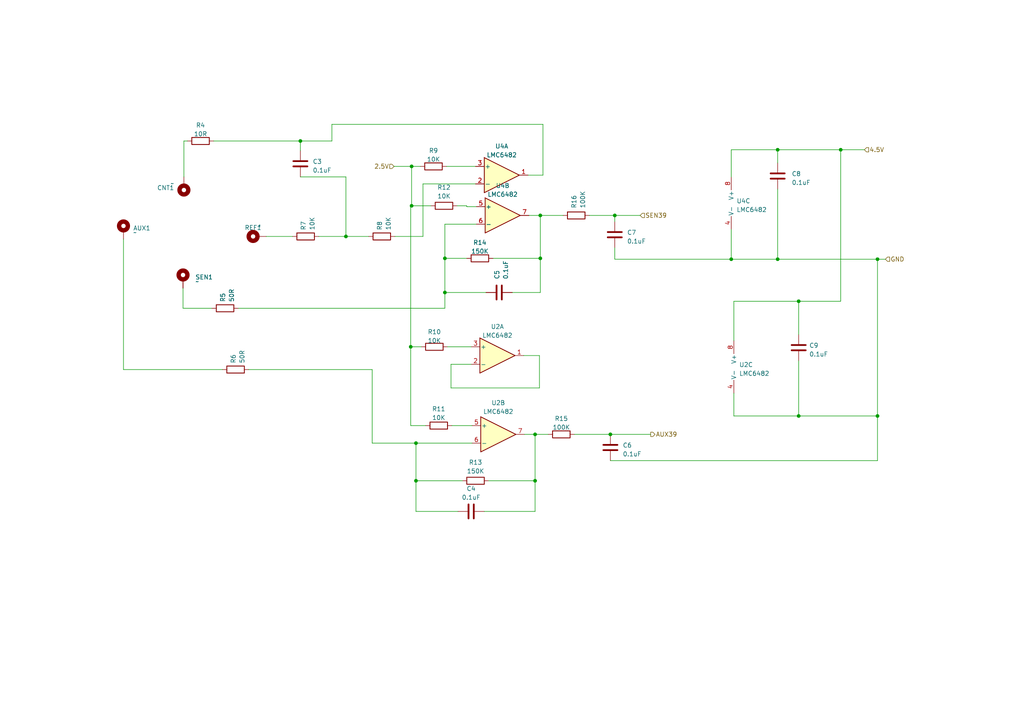
<source format=kicad_sch>
(kicad_sch (version 20230121) (generator eeschema)

  (uuid fbc53272-4297-461f-b893-ccfe252b4196)

  (paper "A4")

  (lib_symbols
    (symbol "Amplifier_Operational:LMC6482" (pin_names (offset 0.127)) (in_bom yes) (on_board yes)
      (property "Reference" "U" (at 0 5.08 0)
        (effects (font (size 1.27 1.27)) (justify left))
      )
      (property "Value" "LMC6482" (at 0 -5.08 0)
        (effects (font (size 1.27 1.27)) (justify left))
      )
      (property "Footprint" "" (at 0 0 0)
        (effects (font (size 1.27 1.27)) hide)
      )
      (property "Datasheet" "http://www.ti.com/lit/ds/symlink/lmc6482.pdf" (at 0 0 0)
        (effects (font (size 1.27 1.27)) hide)
      )
      (property "ki_locked" "" (at 0 0 0)
        (effects (font (size 1.27 1.27)))
      )
      (property "ki_keywords" "dual opamp" (at 0 0 0)
        (effects (font (size 1.27 1.27)) hide)
      )
      (property "ki_description" "Dual CMOS Rail-to-Rail Input and Output Operational Amplifier, DIP-8/SOIC-8, SSOP-8" (at 0 0 0)
        (effects (font (size 1.27 1.27)) hide)
      )
      (property "ki_fp_filters" "SOIC*3.9x4.9mm*P1.27mm* DIP*W7.62mm* TO*99* OnSemi*Micro8* TSSOP*3x3mm*P0.65mm* TSSOP*4.4x3mm*P0.65mm* MSOP*3x3mm*P0.65mm* SSOP*3.9x4.9mm*P0.635mm* LFCSP*2x2mm*P0.5mm* *SIP* SOIC*5.3x6.2mm*P1.27mm*" (at 0 0 0)
        (effects (font (size 1.27 1.27)) hide)
      )
      (symbol "LMC6482_1_1"
        (polyline
          (pts
            (xy -5.08 5.08)
            (xy 5.08 0)
            (xy -5.08 -5.08)
            (xy -5.08 5.08)
          )
          (stroke (width 0.254) (type default))
          (fill (type background))
        )
        (pin output line (at 7.62 0 180) (length 2.54)
          (name "~" (effects (font (size 1.27 1.27))))
          (number "1" (effects (font (size 1.27 1.27))))
        )
        (pin input line (at -7.62 -2.54 0) (length 2.54)
          (name "-" (effects (font (size 1.27 1.27))))
          (number "2" (effects (font (size 1.27 1.27))))
        )
        (pin input line (at -7.62 2.54 0) (length 2.54)
          (name "+" (effects (font (size 1.27 1.27))))
          (number "3" (effects (font (size 1.27 1.27))))
        )
      )
      (symbol "LMC6482_2_1"
        (polyline
          (pts
            (xy -5.08 5.08)
            (xy 5.08 0)
            (xy -5.08 -5.08)
            (xy -5.08 5.08)
          )
          (stroke (width 0.254) (type default))
          (fill (type background))
        )
        (pin input line (at -7.62 2.54 0) (length 2.54)
          (name "+" (effects (font (size 1.27 1.27))))
          (number "5" (effects (font (size 1.27 1.27))))
        )
        (pin input line (at -7.62 -2.54 0) (length 2.54)
          (name "-" (effects (font (size 1.27 1.27))))
          (number "6" (effects (font (size 1.27 1.27))))
        )
        (pin output line (at 7.62 0 180) (length 2.54)
          (name "~" (effects (font (size 1.27 1.27))))
          (number "7" (effects (font (size 1.27 1.27))))
        )
      )
      (symbol "LMC6482_3_1"
        (pin power_in line (at -2.54 -7.62 90) (length 3.81)
          (name "V-" (effects (font (size 1.27 1.27))))
          (number "4" (effects (font (size 1.27 1.27))))
        )
        (pin power_in line (at -2.54 7.62 270) (length 3.81)
          (name "V+" (effects (font (size 1.27 1.27))))
          (number "8" (effects (font (size 1.27 1.27))))
        )
      )
    )
    (symbol "Device:C" (pin_numbers hide) (pin_names (offset 0.254)) (in_bom yes) (on_board yes)
      (property "Reference" "C" (at 0.635 2.54 0)
        (effects (font (size 1.27 1.27)) (justify left))
      )
      (property "Value" "C" (at 0.635 -2.54 0)
        (effects (font (size 1.27 1.27)) (justify left))
      )
      (property "Footprint" "" (at 0.9652 -3.81 0)
        (effects (font (size 1.27 1.27)) hide)
      )
      (property "Datasheet" "~" (at 0 0 0)
        (effects (font (size 1.27 1.27)) hide)
      )
      (property "ki_keywords" "cap capacitor" (at 0 0 0)
        (effects (font (size 1.27 1.27)) hide)
      )
      (property "ki_description" "Unpolarized capacitor" (at 0 0 0)
        (effects (font (size 1.27 1.27)) hide)
      )
      (property "ki_fp_filters" "C_*" (at 0 0 0)
        (effects (font (size 1.27 1.27)) hide)
      )
      (symbol "C_0_1"
        (polyline
          (pts
            (xy -2.032 -0.762)
            (xy 2.032 -0.762)
          )
          (stroke (width 0.508) (type default))
          (fill (type none))
        )
        (polyline
          (pts
            (xy -2.032 0.762)
            (xy 2.032 0.762)
          )
          (stroke (width 0.508) (type default))
          (fill (type none))
        )
      )
      (symbol "C_1_1"
        (pin passive line (at 0 3.81 270) (length 2.794)
          (name "~" (effects (font (size 1.27 1.27))))
          (number "1" (effects (font (size 1.27 1.27))))
        )
        (pin passive line (at 0 -3.81 90) (length 2.794)
          (name "~" (effects (font (size 1.27 1.27))))
          (number "2" (effects (font (size 1.27 1.27))))
        )
      )
    )
    (symbol "Device:R" (pin_numbers hide) (pin_names (offset 0)) (in_bom yes) (on_board yes)
      (property "Reference" "R" (at 2.032 0 90)
        (effects (font (size 1.27 1.27)))
      )
      (property "Value" "R" (at 0 0 90)
        (effects (font (size 1.27 1.27)))
      )
      (property "Footprint" "" (at -1.778 0 90)
        (effects (font (size 1.27 1.27)) hide)
      )
      (property "Datasheet" "~" (at 0 0 0)
        (effects (font (size 1.27 1.27)) hide)
      )
      (property "ki_keywords" "R res resistor" (at 0 0 0)
        (effects (font (size 1.27 1.27)) hide)
      )
      (property "ki_description" "Resistor" (at 0 0 0)
        (effects (font (size 1.27 1.27)) hide)
      )
      (property "ki_fp_filters" "R_*" (at 0 0 0)
        (effects (font (size 1.27 1.27)) hide)
      )
      (symbol "R_0_1"
        (rectangle (start -1.016 -2.54) (end 1.016 2.54)
          (stroke (width 0.254) (type default))
          (fill (type none))
        )
      )
      (symbol "R_1_1"
        (pin passive line (at 0 3.81 270) (length 1.27)
          (name "~" (effects (font (size 1.27 1.27))))
          (number "1" (effects (font (size 1.27 1.27))))
        )
        (pin passive line (at 0 -3.81 90) (length 1.27)
          (name "~" (effects (font (size 1.27 1.27))))
          (number "2" (effects (font (size 1.27 1.27))))
        )
      )
    )
    (symbol "Mechanical:MountingHole_Pad" (pin_numbers hide) (pin_names (offset 1.016) hide) (in_bom yes) (on_board yes)
      (property "Reference" "H" (at 0 6.35 0)
        (effects (font (size 1.27 1.27)))
      )
      (property "Value" "MountingHole_Pad" (at 0 4.445 0)
        (effects (font (size 1.27 1.27)))
      )
      (property "Footprint" "" (at 0 0 0)
        (effects (font (size 1.27 1.27)) hide)
      )
      (property "Datasheet" "~" (at 0 0 0)
        (effects (font (size 1.27 1.27)) hide)
      )
      (property "ki_keywords" "mounting hole" (at 0 0 0)
        (effects (font (size 1.27 1.27)) hide)
      )
      (property "ki_description" "Mounting Hole with connection" (at 0 0 0)
        (effects (font (size 1.27 1.27)) hide)
      )
      (property "ki_fp_filters" "MountingHole*Pad*" (at 0 0 0)
        (effects (font (size 1.27 1.27)) hide)
      )
      (symbol "MountingHole_Pad_0_1"
        (circle (center 0 1.27) (radius 1.27)
          (stroke (width 1.27) (type default))
          (fill (type none))
        )
      )
      (symbol "MountingHole_Pad_1_1"
        (pin input line (at 0 -2.54 90) (length 2.54)
          (name "1" (effects (font (size 1.27 1.27))))
          (number "1" (effects (font (size 1.27 1.27))))
        )
      )
    )
  )

  (junction (at 231.648 120.65) (diameter 0) (color 0 0 0 0)
    (uuid 12476bf9-8298-4da9-b33a-2812b52e1e62)
  )
  (junction (at 120.65 139.446) (diameter 0) (color 0 0 0 0)
    (uuid 26db8b49-8870-4f97-8b24-e0b4ee0aac09)
  )
  (junction (at 178.308 62.484) (diameter 0) (color 0 0 0 0)
    (uuid 351b18b1-af11-4f36-a308-820fcffa9f96)
  )
  (junction (at 155.194 139.446) (diameter 0) (color 0 0 0 0)
    (uuid 38435961-6c9f-46f9-9a7d-6979e78e9390)
  )
  (junction (at 254.508 75.184) (diameter 0) (color 0 0 0 0)
    (uuid 6d2d6bf2-c5c3-4337-a528-bdcbad14a71c)
  )
  (junction (at 231.648 87.376) (diameter 0) (color 0 0 0 0)
    (uuid 7b1410d4-26ca-4cb0-a4df-e71c3c4bda6d)
  )
  (junction (at 254.508 120.65) (diameter 0) (color 0 0 0 0)
    (uuid 82376296-df12-49c2-b25f-b1c2452a19cf)
  )
  (junction (at 156.718 62.484) (diameter 0) (color 0 0 0 0)
    (uuid 90120ef7-0272-4b64-817e-ee2851f03ab5)
  )
  (junction (at 225.552 43.434) (diameter 0) (color 0 0 0 0)
    (uuid 912260e9-a976-4a0d-bd5c-57d570e5fac8)
  )
  (junction (at 155.194 125.984) (diameter 0) (color 0 0 0 0)
    (uuid 955df333-7faf-4c62-95e5-dbf1566159e9)
  )
  (junction (at 212.09 75.184) (diameter 0) (color 0 0 0 0)
    (uuid 9a3b861c-8264-4d9c-91ff-b15fdd4da0d1)
  )
  (junction (at 129.032 74.93) (diameter 0) (color 0 0 0 0)
    (uuid aa8ec3c6-cc06-4841-ac07-ce7f21aaa347)
  )
  (junction (at 156.718 74.93) (diameter 0) (color 0 0 0 0)
    (uuid b7e932ed-2037-4a05-9481-1e30aadf6faa)
  )
  (junction (at 100.33 68.58) (diameter 0) (color 0 0 0 0)
    (uuid bc538dbd-f440-4409-b450-8577af054019)
  )
  (junction (at 87.122 40.894) (diameter 0) (color 0 0 0 0)
    (uuid bd90bd77-063e-473e-97ec-5b765521b538)
  )
  (junction (at 119.38 59.69) (diameter 0) (color 0 0 0 0)
    (uuid c3310285-e3fc-4172-bf0b-96bc87e81528)
  )
  (junction (at 177.038 125.984) (diameter 0) (color 0 0 0 0)
    (uuid cdc3f738-b195-457a-8184-6be157508b45)
  )
  (junction (at 120.65 128.524) (diameter 0) (color 0 0 0 0)
    (uuid cf512bb9-3665-4f80-9044-a428590aa5af)
  )
  (junction (at 225.552 75.184) (diameter 0) (color 0 0 0 0)
    (uuid dbe98310-a352-45b0-8f74-58e95d10d41c)
  )
  (junction (at 119.38 48.26) (diameter 0) (color 0 0 0 0)
    (uuid dcef0011-f6fa-41bb-9698-3b027f9960f9)
  )
  (junction (at 243.84 43.434) (diameter 0) (color 0 0 0 0)
    (uuid ddbf18de-4f0c-4864-90d5-239dbd12ea9a)
  )
  (junction (at 129.032 84.836) (diameter 0) (color 0 0 0 0)
    (uuid e10b207e-6916-43e8-a5bd-2ff53cf75659)
  )
  (junction (at 119.126 100.584) (diameter 0) (color 0 0 0 0)
    (uuid f303e176-04b5-41c8-b2a8-65362c9e4064)
  )

  (wire (pts (xy 212.09 75.184) (xy 212.09 66.548))
    (stroke (width 0) (type default))
    (uuid 02bb71f1-2cee-45fc-ab89-e82b657f81af)
  )
  (wire (pts (xy 92.456 68.58) (xy 100.33 68.58))
    (stroke (width 0) (type default))
    (uuid 0363d39c-69b5-4f58-b70e-97894f279903)
  )
  (wire (pts (xy 119.126 123.444) (xy 119.126 100.584))
    (stroke (width 0) (type default))
    (uuid 03689af9-5973-4adb-bcd9-df08f0b0722d)
  )
  (wire (pts (xy 123.444 123.444) (xy 119.126 123.444))
    (stroke (width 0) (type default))
    (uuid 03793136-6beb-464f-85f7-db3af389f145)
  )
  (wire (pts (xy 155.194 125.984) (xy 159.004 125.984))
    (stroke (width 0) (type default))
    (uuid 04c51147-1a56-4cf2-be79-463d7208e29a)
  )
  (wire (pts (xy 156.464 112.522) (xy 130.81 112.522))
    (stroke (width 0) (type default))
    (uuid 0a6b3cef-2f68-4724-a8bc-8138734119ba)
  )
  (wire (pts (xy 87.122 51.308) (xy 100.33 51.308))
    (stroke (width 0) (type default))
    (uuid 0a98b647-b9f3-499b-a390-bb8a39a026d9)
  )
  (wire (pts (xy 87.122 40.894) (xy 87.122 43.688))
    (stroke (width 0) (type default))
    (uuid 107454df-1814-461d-9d9b-6420d2491c7c)
  )
  (wire (pts (xy 140.462 148.336) (xy 155.194 148.336))
    (stroke (width 0) (type default))
    (uuid 107cbdf6-5d11-412e-9b5b-f6cab16e9209)
  )
  (wire (pts (xy 212.852 114.046) (xy 212.852 120.65))
    (stroke (width 0) (type default))
    (uuid 11fecc2c-7a8f-445e-b17f-93962f4fb444)
  )
  (wire (pts (xy 225.552 43.434) (xy 225.552 47.244))
    (stroke (width 0) (type default))
    (uuid 14f34d12-0578-4b3a-a3f7-fa18ce4c7fe0)
  )
  (wire (pts (xy 166.624 125.984) (xy 177.038 125.984))
    (stroke (width 0) (type default))
    (uuid 19db1f4a-aeca-4aee-91ba-7e0ab3556549)
  )
  (wire (pts (xy 170.942 62.484) (xy 178.308 62.484))
    (stroke (width 0) (type default))
    (uuid 1b31a4f9-a6bb-4683-886f-aae4563c97a8)
  )
  (wire (pts (xy 155.194 148.336) (xy 155.194 139.446))
    (stroke (width 0) (type default))
    (uuid 1c8393f2-b477-4132-bac2-e0574bcbb22b)
  )
  (wire (pts (xy 243.84 43.434) (xy 243.84 87.376))
    (stroke (width 0) (type default))
    (uuid 1d96cc9d-1d97-48e3-a7fc-10a3c98fd3fa)
  )
  (wire (pts (xy 212.09 43.434) (xy 212.09 51.308))
    (stroke (width 0) (type default))
    (uuid 22ec5b99-ec67-4876-975d-376f319c718e)
  )
  (wire (pts (xy 61.976 40.894) (xy 87.122 40.894))
    (stroke (width 0) (type default))
    (uuid 23e77cec-000a-45ed-9735-804ebde5ae82)
  )
  (wire (pts (xy 148.59 84.836) (xy 156.718 84.836))
    (stroke (width 0) (type default))
    (uuid 2b855f6d-cbd1-472d-8b2b-e4e5dc1c0106)
  )
  (wire (pts (xy 231.648 87.376) (xy 243.84 87.376))
    (stroke (width 0) (type default))
    (uuid 2be5b725-46cd-4f2e-a55e-5f41ea88f773)
  )
  (wire (pts (xy 188.722 125.984) (xy 177.038 125.984))
    (stroke (width 0) (type default))
    (uuid 2cb12739-7fea-48c4-8a1d-b4ff13b9ce90)
  )
  (wire (pts (xy 156.718 62.484) (xy 153.416 62.484))
    (stroke (width 0) (type default))
    (uuid 309038ed-e506-4b57-887c-e984d7d4c0ef)
  )
  (wire (pts (xy 156.718 84.836) (xy 156.718 74.93))
    (stroke (width 0) (type default))
    (uuid 36146853-78a9-4049-83e1-64346f6b94d4)
  )
  (wire (pts (xy 178.308 71.882) (xy 178.308 75.184))
    (stroke (width 0) (type default))
    (uuid 36631060-abe6-4030-ac63-d5ae45b19803)
  )
  (wire (pts (xy 254.508 133.604) (xy 254.508 120.65))
    (stroke (width 0) (type default))
    (uuid 3bd82b27-faac-426f-bf4a-e6475ba6ccd5)
  )
  (wire (pts (xy 152.146 125.984) (xy 155.194 125.984))
    (stroke (width 0) (type default))
    (uuid 409d846c-d6b9-4e7f-a077-58302bbd765c)
  )
  (wire (pts (xy 231.648 104.648) (xy 231.648 120.65))
    (stroke (width 0) (type default))
    (uuid 41076627-5445-4e94-a9b6-15fd93f47ea2)
  )
  (wire (pts (xy 119.126 59.69) (xy 119.38 59.69))
    (stroke (width 0) (type default))
    (uuid 414e43c1-2fc0-4f51-a480-4b435e5def13)
  )
  (wire (pts (xy 134.112 139.446) (xy 120.65 139.446))
    (stroke (width 0) (type default))
    (uuid 416ea18f-8d39-4b89-aa4b-0ca9d9e44407)
  )
  (wire (pts (xy 135.382 59.944) (xy 138.176 59.944))
    (stroke (width 0) (type default))
    (uuid 4ec19082-e322-4a76-8c22-67ea6d8780ae)
  )
  (wire (pts (xy 53.34 40.894) (xy 53.34 51.308))
    (stroke (width 0) (type default))
    (uuid 503646d1-cec1-48dd-bb48-7ffa7b4d811b)
  )
  (wire (pts (xy 129.032 74.93) (xy 129.032 84.836))
    (stroke (width 0) (type default))
    (uuid 52ccff5a-d715-478d-857d-dd6cc50c2da5)
  )
  (wire (pts (xy 132.842 148.336) (xy 120.65 148.336))
    (stroke (width 0) (type default))
    (uuid 548324a2-5a38-4024-aca6-9c477e87461f)
  )
  (wire (pts (xy 107.95 128.524) (xy 120.65 128.524))
    (stroke (width 0) (type default))
    (uuid 6004c45b-7173-435f-a3ec-994dd6ae3f1b)
  )
  (wire (pts (xy 129.032 65.024) (xy 138.176 65.024))
    (stroke (width 0) (type default))
    (uuid 61d5d386-dd02-4c08-9ba1-a7dbc8000677)
  )
  (wire (pts (xy 35.814 69.342) (xy 35.814 107.188))
    (stroke (width 0) (type default))
    (uuid 69e2dc88-61e5-4e55-b72e-e03bb9da6b96)
  )
  (wire (pts (xy 119.38 59.69) (xy 119.38 48.26))
    (stroke (width 0) (type default))
    (uuid 6d65ddb2-1d52-4b8e-84ff-db296784b0c0)
  )
  (wire (pts (xy 100.33 51.308) (xy 100.33 68.58))
    (stroke (width 0) (type default))
    (uuid 6db24384-89b9-4cf8-8ab0-b25472dbfed7)
  )
  (wire (pts (xy 107.95 107.188) (xy 107.95 128.524))
    (stroke (width 0) (type default))
    (uuid 6ddf3556-1401-4234-a44c-c163a265647c)
  )
  (wire (pts (xy 122.682 68.58) (xy 114.554 68.58))
    (stroke (width 0) (type default))
    (uuid 77d8f282-58aa-4c72-a4dd-1ee162d1ef11)
  )
  (wire (pts (xy 35.814 107.188) (xy 64.516 107.188))
    (stroke (width 0) (type default))
    (uuid 7917a045-04d2-4291-be65-4f37799a4082)
  )
  (wire (pts (xy 120.65 139.446) (xy 120.65 128.524))
    (stroke (width 0) (type default))
    (uuid 7ad8d2e7-bb1a-49ba-9730-2ad976cec71b)
  )
  (wire (pts (xy 53.086 83.566) (xy 53.086 89.408))
    (stroke (width 0) (type default))
    (uuid 7f6bb567-a3a2-4468-92da-b488252886a0)
  )
  (wire (pts (xy 157.48 36.068) (xy 96.266 36.068))
    (stroke (width 0) (type default))
    (uuid 866c25d0-7e2b-4ccf-8c0b-5cf232a901b0)
  )
  (wire (pts (xy 53.086 89.408) (xy 61.468 89.408))
    (stroke (width 0) (type default))
    (uuid 87822623-7c38-4dfa-b064-e5bb29b58cbf)
  )
  (wire (pts (xy 151.892 103.124) (xy 156.464 103.124))
    (stroke (width 0) (type default))
    (uuid 88f3f528-5fe0-470a-b4b0-bedbfddb6895)
  )
  (wire (pts (xy 69.088 89.408) (xy 129.032 89.408))
    (stroke (width 0) (type default))
    (uuid 89f7020b-53d3-4445-806b-b0f8d0a268fb)
  )
  (wire (pts (xy 254.508 120.65) (xy 254.508 75.184))
    (stroke (width 0) (type default))
    (uuid 8ac23581-858b-4f4b-b7c9-5cc8bb2b1482)
  )
  (wire (pts (xy 122.682 53.34) (xy 122.682 68.58))
    (stroke (width 0) (type default))
    (uuid 8ac4996b-3ca7-4fed-95b5-070e4119abe9)
  )
  (wire (pts (xy 157.48 50.8) (xy 157.48 36.068))
    (stroke (width 0) (type default))
    (uuid 8bd35161-2c70-4514-83af-dfdfcb4a94bf)
  )
  (wire (pts (xy 129.54 48.26) (xy 137.922 48.26))
    (stroke (width 0) (type default))
    (uuid 8dd99ba1-3c48-4dd0-b7cb-53d2f394c742)
  )
  (wire (pts (xy 178.308 75.184) (xy 212.09 75.184))
    (stroke (width 0) (type default))
    (uuid 8e06e5a5-832c-4122-b370-92a1a36dd400)
  )
  (wire (pts (xy 124.968 59.69) (xy 119.38 59.69))
    (stroke (width 0) (type default))
    (uuid 8f3826c2-8877-4265-97bb-0be2c8c6062e)
  )
  (wire (pts (xy 100.33 68.58) (xy 106.934 68.58))
    (stroke (width 0) (type default))
    (uuid 91395d1d-7bec-4f87-bb02-9b40c63c25d6)
  )
  (wire (pts (xy 212.852 120.65) (xy 231.648 120.65))
    (stroke (width 0) (type default))
    (uuid 944d3ca4-4cc8-4c83-bcb4-a32e368a2eda)
  )
  (wire (pts (xy 135.382 59.69) (xy 135.382 59.944))
    (stroke (width 0) (type default))
    (uuid 94500628-d588-454b-b0aa-380cf87c2f40)
  )
  (wire (pts (xy 254.508 75.184) (xy 256.794 75.184))
    (stroke (width 0) (type default))
    (uuid 9756e7b8-e1a6-4bd9-9d3e-7d9849073bc1)
  )
  (wire (pts (xy 129.032 65.024) (xy 129.032 74.93))
    (stroke (width 0) (type default))
    (uuid 9b91b811-17f7-4798-8b74-8924291c957c)
  )
  (wire (pts (xy 143.002 74.93) (xy 156.718 74.93))
    (stroke (width 0) (type default))
    (uuid 9e0efb4e-107c-4562-a795-14f1be7fc7a8)
  )
  (wire (pts (xy 119.38 48.26) (xy 121.92 48.26))
    (stroke (width 0) (type default))
    (uuid 9eb7d91c-9ae9-4dcb-851e-c96bb610d6f5)
  )
  (wire (pts (xy 131.064 123.444) (xy 136.906 123.444))
    (stroke (width 0) (type default))
    (uuid a02ddc30-f6d0-4a75-a115-d62c235e0874)
  )
  (wire (pts (xy 212.09 75.184) (xy 225.552 75.184))
    (stroke (width 0) (type default))
    (uuid a03932af-c12b-4e71-a30b-3a99245153a7)
  )
  (wire (pts (xy 72.136 107.188) (xy 107.95 107.188))
    (stroke (width 0) (type default))
    (uuid a5b1de66-7a20-4460-a518-f3149bb8afbf)
  )
  (wire (pts (xy 212.852 98.806) (xy 212.852 87.376))
    (stroke (width 0) (type default))
    (uuid b4ef2974-131a-47fb-8089-bc7c7a16711d)
  )
  (wire (pts (xy 53.34 40.894) (xy 54.356 40.894))
    (stroke (width 0) (type default))
    (uuid b60d2b4b-75a9-445a-bb8d-387921a05378)
  )
  (wire (pts (xy 129.032 84.836) (xy 140.97 84.836))
    (stroke (width 0) (type default))
    (uuid b6e0c0cb-82cd-4ccc-9227-5f7b7571a292)
  )
  (wire (pts (xy 120.65 128.524) (xy 136.906 128.524))
    (stroke (width 0) (type default))
    (uuid b7874171-885c-4894-b42e-dfeb0c9ad8f7)
  )
  (wire (pts (xy 129.794 100.584) (xy 136.652 100.584))
    (stroke (width 0) (type default))
    (uuid b7880abf-c9e9-4260-9407-5e64b9bd2458)
  )
  (wire (pts (xy 163.322 62.484) (xy 156.718 62.484))
    (stroke (width 0) (type default))
    (uuid ba23b007-1c09-4e88-88a9-286037ad1fab)
  )
  (wire (pts (xy 225.552 75.184) (xy 254.508 75.184))
    (stroke (width 0) (type default))
    (uuid bd864d08-8c3e-4548-b521-5a5cbecb41f4)
  )
  (wire (pts (xy 243.84 43.434) (xy 225.552 43.434))
    (stroke (width 0) (type default))
    (uuid bdcb6fb3-d43d-4968-8972-2aa387747fc8)
  )
  (wire (pts (xy 231.648 97.028) (xy 231.648 87.376))
    (stroke (width 0) (type default))
    (uuid bf3d6b41-8285-4289-907a-4fc70b8594ef)
  )
  (wire (pts (xy 212.852 87.376) (xy 231.648 87.376))
    (stroke (width 0) (type default))
    (uuid c1217a6e-4b54-4db0-8832-b562639e6225)
  )
  (wire (pts (xy 132.588 59.69) (xy 135.382 59.69))
    (stroke (width 0) (type default))
    (uuid c35412ab-5e21-4a70-91c7-623fe734f673)
  )
  (wire (pts (xy 129.032 84.836) (xy 129.032 89.408))
    (stroke (width 0) (type default))
    (uuid caa48462-4a75-42e8-8de4-902876c72324)
  )
  (wire (pts (xy 130.81 112.522) (xy 130.81 105.664))
    (stroke (width 0) (type default))
    (uuid ce182596-17d6-49c9-bfcc-74bf6660660b)
  )
  (wire (pts (xy 141.732 139.446) (xy 155.194 139.446))
    (stroke (width 0) (type default))
    (uuid cee99e64-2693-40f7-a0db-fc2596ae994a)
  )
  (wire (pts (xy 77.216 68.58) (xy 84.836 68.58))
    (stroke (width 0) (type default))
    (uuid cf6614e9-ac3d-4894-9daf-aa377b70a033)
  )
  (wire (pts (xy 96.266 40.894) (xy 87.122 40.894))
    (stroke (width 0) (type default))
    (uuid d0588d16-3dff-4459-88af-94a8ce1cb284)
  )
  (wire (pts (xy 120.65 148.336) (xy 120.65 139.446))
    (stroke (width 0) (type default))
    (uuid d36505f9-c487-445d-a730-8cdf1028d999)
  )
  (wire (pts (xy 225.552 43.434) (xy 212.09 43.434))
    (stroke (width 0) (type default))
    (uuid d3a158c6-6dce-407d-900f-c2881d8321f0)
  )
  (wire (pts (xy 153.162 50.8) (xy 157.48 50.8))
    (stroke (width 0) (type default))
    (uuid d422fc8c-a009-486d-ba41-3350b51fd2bc)
  )
  (wire (pts (xy 122.174 100.584) (xy 119.126 100.584))
    (stroke (width 0) (type default))
    (uuid d497b762-cca8-4952-9808-a87878408e8c)
  )
  (wire (pts (xy 178.308 62.484) (xy 178.308 64.262))
    (stroke (width 0) (type default))
    (uuid d5629236-1103-4412-96f7-e793c1acb205)
  )
  (wire (pts (xy 114.3 48.26) (xy 119.38 48.26))
    (stroke (width 0) (type default))
    (uuid dbc98334-da05-4e6c-8829-40a0ae1b7066)
  )
  (wire (pts (xy 250.698 43.434) (xy 243.84 43.434))
    (stroke (width 0) (type default))
    (uuid dc998308-d1d6-4b78-9159-3329a3d9702b)
  )
  (wire (pts (xy 119.126 59.69) (xy 119.126 100.584))
    (stroke (width 0) (type default))
    (uuid dfae4d33-b98c-495c-a125-7d18b529ff38)
  )
  (wire (pts (xy 185.674 62.484) (xy 178.308 62.484))
    (stroke (width 0) (type default))
    (uuid e195cffa-131c-4df5-897c-ae25aa8a951b)
  )
  (wire (pts (xy 155.194 139.446) (xy 155.194 125.984))
    (stroke (width 0) (type default))
    (uuid e4035747-c9c5-4c4a-9ec6-e181cbe06f03)
  )
  (wire (pts (xy 137.922 53.34) (xy 122.682 53.34))
    (stroke (width 0) (type default))
    (uuid e5f77082-7118-42df-a78d-b0cbecf1dc20)
  )
  (wire (pts (xy 156.718 62.484) (xy 156.718 74.93))
    (stroke (width 0) (type default))
    (uuid e908a163-f601-414c-9ea3-8f86e5c9dbbd)
  )
  (wire (pts (xy 225.552 54.864) (xy 225.552 75.184))
    (stroke (width 0) (type default))
    (uuid ef85c5de-7051-43fb-9fe7-d5889e846058)
  )
  (wire (pts (xy 177.038 133.604) (xy 254.508 133.604))
    (stroke (width 0) (type default))
    (uuid f0544dda-44dc-4efa-a741-e3d9b464099b)
  )
  (wire (pts (xy 231.648 120.65) (xy 254.508 120.65))
    (stroke (width 0) (type default))
    (uuid f1327145-7a35-4eda-8d06-f56af0c2510f)
  )
  (wire (pts (xy 135.382 74.93) (xy 129.032 74.93))
    (stroke (width 0) (type default))
    (uuid f1919929-4ad3-4a17-9b2c-72e782c3799a)
  )
  (wire (pts (xy 130.81 105.664) (xy 136.652 105.664))
    (stroke (width 0) (type default))
    (uuid f2b3e131-07b7-4fdf-9d7c-60109ace78e2)
  )
  (wire (pts (xy 96.266 36.068) (xy 96.266 40.894))
    (stroke (width 0) (type default))
    (uuid f8054de1-254e-40fc-b8de-7e7dbf57ae30)
  )
  (wire (pts (xy 156.464 103.124) (xy 156.464 112.522))
    (stroke (width 0) (type default))
    (uuid f9b9f35f-3364-4f83-9fc3-d106d13333e9)
  )

  (hierarchical_label "SEN39" (shape input) (at 185.674 62.484 0) (fields_autoplaced)
    (effects (font (size 1.27 1.27)) (justify left))
    (uuid 2f201b36-5bfd-4bd2-a046-01992b396cbc)
  )
  (hierarchical_label "AUX39" (shape output) (at 188.722 125.984 0) (fields_autoplaced)
    (effects (font (size 1.27 1.27)) (justify left))
    (uuid 70f15a7d-0e62-40b9-8c93-6c1442e17f5f)
  )
  (hierarchical_label "GND" (shape input) (at 256.794 75.184 0) (fields_autoplaced)
    (effects (font (size 1.27 1.27)) (justify left))
    (uuid 965dcb68-dd34-4ea8-8bbc-68ef4143b421)
  )
  (hierarchical_label "2.5V" (shape input) (at 114.3 48.26 180) (fields_autoplaced)
    (effects (font (size 1.27 1.27)) (justify right))
    (uuid b24badb9-49ff-4c2a-b4c4-1d9a8e62e99b)
  )
  (hierarchical_label "4.5V" (shape input) (at 250.698 43.434 0) (fields_autoplaced)
    (effects (font (size 1.27 1.27)) (justify left))
    (uuid ced9300d-7871-4062-b1d3-02867a35a110)
  )

  (symbol (lib_id "Amplifier_Operational:LMC6482") (at 214.63 58.928 0) (unit 3)
    (in_bom yes) (on_board yes) (dnp no) (fields_autoplaced)
    (uuid 1da56b81-0324-449f-b59b-90db25998d6b)
    (property "Reference" "U4" (at 213.614 58.293 0)
      (effects (font (size 1.27 1.27)) (justify left))
    )
    (property "Value" "LMC6482" (at 213.614 60.833 0)
      (effects (font (size 1.27 1.27)) (justify left))
    )
    (property "Footprint" "Package_SO:SOIC-8_3.9x4.9mm_P1.27mm" (at 214.63 58.928 0)
      (effects (font (size 1.27 1.27)) hide)
    )
    (property "Datasheet" "http://www.ti.com/lit/ds/symlink/lmc6482.pdf" (at 214.63 58.928 0)
      (effects (font (size 1.27 1.27)) hide)
    )
    (pin "1" (uuid 42791d0d-7717-4b04-a0ca-b0a647570e7e))
    (pin "2" (uuid 4a2fa161-9821-4b02-bf44-5123dc1327cb))
    (pin "3" (uuid 64a3c500-0113-480b-84b8-bf62972d5f8e))
    (pin "5" (uuid d00ef563-4214-461f-ba82-fc7819b91257))
    (pin "6" (uuid a6025e8c-eb59-4fda-bafe-a0fd2776d170))
    (pin "7" (uuid 893ff0da-9dcf-4d3e-aa6a-c4e684c3eff1))
    (pin "4" (uuid 6e17bcda-04a6-41af-aa4a-29df2ddb5953))
    (pin "8" (uuid c114307b-1bbf-4a3d-9cf9-2472a67c776f))
    (instances
      (project "Air quality project"
        (path "/67b6672b-0c15-41a5-a844-17aa721018b8/e2c83066-cae4-4a4f-a05c-59cf4d457446"
          (reference "U4") (unit 3)
        )
        (path "/67b6672b-0c15-41a5-a844-17aa721018b8/be65ffb6-5f15-4847-ab99-a8924076e9fe"
          (reference "U13") (unit 3)
        )
        (path "/67b6672b-0c15-41a5-a844-17aa721018b8/72f064ff-9f04-4b55-a8a0-5694b0fd2993"
          (reference "U80") (unit 3)
        )
      )
    )
  )

  (symbol (lib_id "Device:R") (at 110.744 68.58 90) (unit 1)
    (in_bom yes) (on_board yes) (dnp no)
    (uuid 24f3fd3e-7441-40ce-a081-93d6a35c5acb)
    (property "Reference" "R8" (at 110.109 66.802 0)
      (effects (font (size 1.27 1.27)) (justify left))
    )
    (property "Value" "10K" (at 112.649 66.802 0)
      (effects (font (size 1.27 1.27)) (justify left))
    )
    (property "Footprint" "Resistor_SMD:R_0402_1005Metric" (at 110.744 70.358 90)
      (effects (font (size 1.27 1.27)) hide)
    )
    (property "Datasheet" "~" (at 110.744 68.58 0)
      (effects (font (size 1.27 1.27)) hide)
    )
    (pin "1" (uuid c141caa4-fb29-4432-ac5a-46aa0ef571bb))
    (pin "2" (uuid a4401041-ba89-4ee0-8921-4fab751ad1a3))
    (instances
      (project "Air quality project"
        (path "/67b6672b-0c15-41a5-a844-17aa721018b8/e2c83066-cae4-4a4f-a05c-59cf4d457446"
          (reference "R8") (unit 1)
        )
        (path "/67b6672b-0c15-41a5-a844-17aa721018b8/be65ffb6-5f15-4847-ab99-a8924076e9fe"
          (reference "R39") (unit 1)
        )
        (path "/67b6672b-0c15-41a5-a844-17aa721018b8/72f064ff-9f04-4b55-a8a0-5694b0fd2993"
          (reference "R502") (unit 1)
        )
      )
    )
  )

  (symbol (lib_id "Device:C") (at 178.308 68.072 0) (unit 1)
    (in_bom yes) (on_board yes) (dnp no) (fields_autoplaced)
    (uuid 35dbb3ee-82fa-4fa2-ac9f-37d4db72e140)
    (property "Reference" "C7" (at 181.864 67.437 0)
      (effects (font (size 1.27 1.27)) (justify left))
    )
    (property "Value" "0.1uF" (at 181.864 69.977 0)
      (effects (font (size 1.27 1.27)) (justify left))
    )
    (property "Footprint" "Capacitor_SMD:C_01005_0402Metric" (at 179.2732 71.882 0)
      (effects (font (size 1.27 1.27)) hide)
    )
    (property "Datasheet" "~" (at 178.308 68.072 0)
      (effects (font (size 1.27 1.27)) hide)
    )
    (pin "1" (uuid 1162219f-ce8d-43c5-9f27-6ce2b6682e9d))
    (pin "2" (uuid b3f88b27-72dc-4767-a102-efbf124bac82))
    (instances
      (project "Air quality project"
        (path "/67b6672b-0c15-41a5-a844-17aa721018b8/e2c83066-cae4-4a4f-a05c-59cf4d457446"
          (reference "C7") (unit 1)
        )
        (path "/67b6672b-0c15-41a5-a844-17aa721018b8/be65ffb6-5f15-4847-ab99-a8924076e9fe"
          (reference "C37") (unit 1)
        )
        (path "/67b6672b-0c15-41a5-a844-17aa721018b8/72f064ff-9f04-4b55-a8a0-5694b0fd2993"
          (reference "C273") (unit 1)
        )
      )
    )
  )

  (symbol (lib_id "Device:R") (at 65.278 89.408 90) (unit 1)
    (in_bom yes) (on_board yes) (dnp no)
    (uuid 39d6df28-3159-40f1-860a-4eac0572b662)
    (property "Reference" "R5" (at 64.643 87.63 0)
      (effects (font (size 1.27 1.27)) (justify left))
    )
    (property "Value" "50R" (at 67.183 87.63 0)
      (effects (font (size 1.27 1.27)) (justify left))
    )
    (property "Footprint" "Resistor_SMD:R_0402_1005Metric" (at 65.278 91.186 90)
      (effects (font (size 1.27 1.27)) hide)
    )
    (property "Datasheet" "~" (at 65.278 89.408 0)
      (effects (font (size 1.27 1.27)) hide)
    )
    (pin "1" (uuid 815f18ec-c8f4-4903-9e05-8d7a46a572bb))
    (pin "2" (uuid b52c3077-f9c1-4ad1-806f-9d8df9ce8619))
    (instances
      (project "Air quality project"
        (path "/67b6672b-0c15-41a5-a844-17aa721018b8/e2c83066-cae4-4a4f-a05c-59cf4d457446"
          (reference "R5") (unit 1)
        )
        (path "/67b6672b-0c15-41a5-a844-17aa721018b8/be65ffb6-5f15-4847-ab99-a8924076e9fe"
          (reference "R24") (unit 1)
        )
        (path "/67b6672b-0c15-41a5-a844-17aa721018b8/72f064ff-9f04-4b55-a8a0-5694b0fd2993"
          (reference "R499") (unit 1)
        )
      )
    )
  )

  (symbol (lib_id "Device:R") (at 88.646 68.58 90) (unit 1)
    (in_bom yes) (on_board yes) (dnp no)
    (uuid 3bb91ae1-c626-456f-9964-af12e3f21b83)
    (property "Reference" "R7" (at 88.011 66.802 0)
      (effects (font (size 1.27 1.27)) (justify left))
    )
    (property "Value" "10K" (at 90.551 66.802 0)
      (effects (font (size 1.27 1.27)) (justify left))
    )
    (property "Footprint" "Resistor_SMD:R_0402_1005Metric" (at 88.646 70.358 90)
      (effects (font (size 1.27 1.27)) hide)
    )
    (property "Datasheet" "~" (at 88.646 68.58 0)
      (effects (font (size 1.27 1.27)) hide)
    )
    (pin "1" (uuid dab764c7-532b-4b0d-b1e1-e0d6bdbd7d64))
    (pin "2" (uuid 05837616-8c68-4df3-8c59-457451d3ab7d))
    (instances
      (project "Air quality project"
        (path "/67b6672b-0c15-41a5-a844-17aa721018b8/e2c83066-cae4-4a4f-a05c-59cf4d457446"
          (reference "R7") (unit 1)
        )
        (path "/67b6672b-0c15-41a5-a844-17aa721018b8/be65ffb6-5f15-4847-ab99-a8924076e9fe"
          (reference "R34") (unit 1)
        )
        (path "/67b6672b-0c15-41a5-a844-17aa721018b8/72f064ff-9f04-4b55-a8a0-5694b0fd2993"
          (reference "R501") (unit 1)
        )
      )
    )
  )

  (symbol (lib_id "Device:R") (at 139.192 74.93 90) (unit 1)
    (in_bom yes) (on_board yes) (dnp no) (fields_autoplaced)
    (uuid 3d318257-f7fb-4f56-ae53-4c7f6e589dab)
    (property "Reference" "R14" (at 139.192 70.358 90)
      (effects (font (size 1.27 1.27)))
    )
    (property "Value" "150K" (at 139.192 72.898 90)
      (effects (font (size 1.27 1.27)))
    )
    (property "Footprint" "Resistor_SMD:R_0402_1005Metric" (at 139.192 76.708 90)
      (effects (font (size 1.27 1.27)) hide)
    )
    (property "Datasheet" "~" (at 139.192 74.93 0)
      (effects (font (size 1.27 1.27)) hide)
    )
    (pin "1" (uuid ab6a5b53-7eab-4c45-86d8-ee33c1b91ea7))
    (pin "2" (uuid c3ee45bb-3486-4328-85c5-9ddc03d891f0))
    (instances
      (project "Air quality project"
        (path "/67b6672b-0c15-41a5-a844-17aa721018b8/e2c83066-cae4-4a4f-a05c-59cf4d457446"
          (reference "R14") (unit 1)
        )
        (path "/67b6672b-0c15-41a5-a844-17aa721018b8/be65ffb6-5f15-4847-ab99-a8924076e9fe"
          (reference "R69") (unit 1)
        )
        (path "/67b6672b-0c15-41a5-a844-17aa721018b8/72f064ff-9f04-4b55-a8a0-5694b0fd2993"
          (reference "R508") (unit 1)
        )
      )
    )
  )

  (symbol (lib_id "Device:R") (at 125.73 48.26 90) (unit 1)
    (in_bom yes) (on_board yes) (dnp no) (fields_autoplaced)
    (uuid 40774e0e-bbc3-4326-ae8d-a2ccbc4ef03a)
    (property "Reference" "R9" (at 125.73 43.688 90)
      (effects (font (size 1.27 1.27)))
    )
    (property "Value" "10K" (at 125.73 46.228 90)
      (effects (font (size 1.27 1.27)))
    )
    (property "Footprint" "Resistor_SMD:R_0402_1005Metric" (at 125.73 50.038 90)
      (effects (font (size 1.27 1.27)) hide)
    )
    (property "Datasheet" "~" (at 125.73 48.26 0)
      (effects (font (size 1.27 1.27)) hide)
    )
    (pin "1" (uuid 12724cd3-ad4b-4ac3-881f-0266f7bf65aa))
    (pin "2" (uuid b19484ed-1f79-4a24-8d6e-3b7a612d4387))
    (instances
      (project "Air quality project"
        (path "/67b6672b-0c15-41a5-a844-17aa721018b8/e2c83066-cae4-4a4f-a05c-59cf4d457446"
          (reference "R9") (unit 1)
        )
        (path "/67b6672b-0c15-41a5-a844-17aa721018b8/be65ffb6-5f15-4847-ab99-a8924076e9fe"
          (reference "R44") (unit 1)
        )
        (path "/67b6672b-0c15-41a5-a844-17aa721018b8/72f064ff-9f04-4b55-a8a0-5694b0fd2993"
          (reference "R503") (unit 1)
        )
      )
    )
  )

  (symbol (lib_id "Amplifier_Operational:LMC6482") (at 145.796 62.484 0) (unit 2)
    (in_bom yes) (on_board yes) (dnp no) (fields_autoplaced)
    (uuid 4a02abc9-805c-485f-af2d-8be3f3d64ff1)
    (property "Reference" "U4" (at 145.796 53.848 0)
      (effects (font (size 1.27 1.27)))
    )
    (property "Value" "LMC6482" (at 145.796 56.388 0)
      (effects (font (size 1.27 1.27)))
    )
    (property "Footprint" "Package_SO:SOIC-8_3.9x4.9mm_P1.27mm" (at 145.796 62.484 0)
      (effects (font (size 1.27 1.27)) hide)
    )
    (property "Datasheet" "http://www.ti.com/lit/ds/symlink/lmc6482.pdf" (at 145.796 62.484 0)
      (effects (font (size 1.27 1.27)) hide)
    )
    (pin "1" (uuid 9c1e9d8f-1c28-41e3-9575-41efbc51ba50))
    (pin "2" (uuid 1d0291f0-3ca2-4510-9705-02c12b2ea42d))
    (pin "3" (uuid 1f78b38e-dbc0-4584-b37f-86c494584341))
    (pin "5" (uuid 583f850d-ea2b-4ede-a3a3-617145696d3f))
    (pin "6" (uuid d398a01b-ce25-4833-8c71-b54915478c8e))
    (pin "7" (uuid 86a82760-9ce6-4af5-930c-a70638ccc35f))
    (pin "4" (uuid 06dc1765-d68c-4f67-a73b-d9fa7caa6956))
    (pin "8" (uuid 2077a737-d294-413f-b778-56afbb60776f))
    (instances
      (project "Air quality project"
        (path "/67b6672b-0c15-41a5-a844-17aa721018b8/e2c83066-cae4-4a4f-a05c-59cf4d457446"
          (reference "U4") (unit 2)
        )
        (path "/67b6672b-0c15-41a5-a844-17aa721018b8/be65ffb6-5f15-4847-ab99-a8924076e9fe"
          (reference "U13") (unit 2)
        )
        (path "/67b6672b-0c15-41a5-a844-17aa721018b8/72f064ff-9f04-4b55-a8a0-5694b0fd2993"
          (reference "U80") (unit 2)
        )
      )
    )
  )

  (symbol (lib_id "Amplifier_Operational:LMC6482") (at 215.392 106.426 0) (unit 3)
    (in_bom yes) (on_board yes) (dnp no) (fields_autoplaced)
    (uuid 4f102e6b-7280-4963-823c-1063d9be839b)
    (property "Reference" "U2" (at 214.376 105.791 0)
      (effects (font (size 1.27 1.27)) (justify left))
    )
    (property "Value" "LMC6482" (at 214.376 108.331 0)
      (effects (font (size 1.27 1.27)) (justify left))
    )
    (property "Footprint" "Package_SO:SOIC-8_3.9x4.9mm_P1.27mm" (at 215.392 106.426 0)
      (effects (font (size 1.27 1.27)) hide)
    )
    (property "Datasheet" "http://www.ti.com/lit/ds/symlink/lmc6482.pdf" (at 215.392 106.426 0)
      (effects (font (size 1.27 1.27)) hide)
    )
    (pin "1" (uuid d5f06bc0-e016-449d-bb76-1780c68309d8))
    (pin "2" (uuid dd93b084-6c45-4ec3-b4a2-64cf0e791daa))
    (pin "3" (uuid c79b47a1-69b0-418f-ae34-b6968595b6a6))
    (pin "5" (uuid 89f1dfc5-f772-4d7a-8a07-0964f1f210a0))
    (pin "6" (uuid 61ffc32e-67ac-4496-ba94-ce7cced6a0ea))
    (pin "7" (uuid 29e08c8c-3454-4ad1-a0b8-ee9155612eb2))
    (pin "4" (uuid dcd73d19-6816-4b67-a6ac-3a5e185178ca))
    (pin "8" (uuid b51a8eee-3633-4778-9685-fd106ca417b0))
    (instances
      (project "Air quality project"
        (path "/67b6672b-0c15-41a5-a844-17aa721018b8/e2c83066-cae4-4a4f-a05c-59cf4d457446"
          (reference "U2") (unit 3)
        )
        (path "/67b6672b-0c15-41a5-a844-17aa721018b8/be65ffb6-5f15-4847-ab99-a8924076e9fe"
          (reference "U8") (unit 3)
        )
        (path "/67b6672b-0c15-41a5-a844-17aa721018b8/72f064ff-9f04-4b55-a8a0-5694b0fd2993"
          (reference "U79") (unit 3)
        )
      )
    )
  )

  (symbol (lib_id "Mechanical:MountingHole_Pad") (at 74.676 68.58 90) (unit 1)
    (in_bom yes) (on_board yes) (dnp no) (fields_autoplaced)
    (uuid 4f51de63-169b-4c43-9993-5777c512fc9f)
    (property "Reference" "REF1" (at 73.406 66.04 90)
      (effects (font (size 1.27 1.27)))
    )
    (property "Value" "~" (at 75.311 66.04 0)
      (effects (font (size 1.27 1.27)) (justify left))
    )
    (property "Footprint" "MountingHole:MountingHole_2.7mm_Pad" (at 74.676 68.58 0)
      (effects (font (size 1.27 1.27)) hide)
    )
    (property "Datasheet" "~" (at 74.676 68.58 0)
      (effects (font (size 1.27 1.27)) hide)
    )
    (pin "1" (uuid f06e8457-56de-4aa6-91f0-334f8b6ffbaf))
    (instances
      (project "Air quality project"
        (path "/67b6672b-0c15-41a5-a844-17aa721018b8/e2c83066-cae4-4a4f-a05c-59cf4d457446"
          (reference "REF1") (unit 1)
        )
        (path "/67b6672b-0c15-41a5-a844-17aa721018b8/be65ffb6-5f15-4847-ab99-a8924076e9fe"
          (reference "REF2") (unit 1)
        )
        (path "/67b6672b-0c15-41a5-a844-17aa721018b8/72f064ff-9f04-4b55-a8a0-5694b0fd2993"
          (reference "REF39") (unit 1)
        )
      )
    )
  )

  (symbol (lib_id "Device:C") (at 225.552 51.054 0) (unit 1)
    (in_bom yes) (on_board yes) (dnp no) (fields_autoplaced)
    (uuid 55c656a9-3956-46d7-83a2-37db420e7838)
    (property "Reference" "C8" (at 229.616 50.419 0)
      (effects (font (size 1.27 1.27)) (justify left))
    )
    (property "Value" "0.1uF" (at 229.616 52.959 0)
      (effects (font (size 1.27 1.27)) (justify left))
    )
    (property "Footprint" "Capacitor_SMD:C_01005_0402Metric" (at 226.5172 54.864 0)
      (effects (font (size 1.27 1.27)) hide)
    )
    (property "Datasheet" "~" (at 225.552 51.054 0)
      (effects (font (size 1.27 1.27)) hide)
    )
    (pin "1" (uuid c44f1f95-6599-430f-a984-21e242e8ead2))
    (pin "2" (uuid 0956a002-e3b1-4f74-8158-79332497e3ae))
    (instances
      (project "Air quality project"
        (path "/67b6672b-0c15-41a5-a844-17aa721018b8/e2c83066-cae4-4a4f-a05c-59cf4d457446"
          (reference "C8") (unit 1)
        )
        (path "/67b6672b-0c15-41a5-a844-17aa721018b8/be65ffb6-5f15-4847-ab99-a8924076e9fe"
          (reference "C38") (unit 1)
        )
        (path "/67b6672b-0c15-41a5-a844-17aa721018b8/72f064ff-9f04-4b55-a8a0-5694b0fd2993"
          (reference "C274") (unit 1)
        )
      )
    )
  )

  (symbol (lib_id "Amplifier_Operational:LMC6482") (at 145.542 50.8 0) (unit 1)
    (in_bom yes) (on_board yes) (dnp no) (fields_autoplaced)
    (uuid 714d007b-5a40-4e0d-98fb-1a2964e09b8b)
    (property "Reference" "U4" (at 145.542 42.418 0)
      (effects (font (size 1.27 1.27)))
    )
    (property "Value" "LMC6482" (at 145.542 44.958 0)
      (effects (font (size 1.27 1.27)))
    )
    (property "Footprint" "Package_SO:SOIC-8_3.9x4.9mm_P1.27mm" (at 145.542 50.8 0)
      (effects (font (size 1.27 1.27)) hide)
    )
    (property "Datasheet" "http://www.ti.com/lit/ds/symlink/lmc6482.pdf" (at 145.542 50.8 0)
      (effects (font (size 1.27 1.27)) hide)
    )
    (pin "1" (uuid 5c6e44f2-9cd5-4232-af5d-a3d4dd644b46))
    (pin "2" (uuid f73bcf3d-9f13-453f-b2b0-dbc59e06d687))
    (pin "3" (uuid c8aadb9d-738e-4154-a886-c5e93cf49bdb))
    (pin "5" (uuid 7e217bec-f5f9-4503-96e2-e0cff25dde3f))
    (pin "6" (uuid ed4ead67-62ba-4dc4-86a0-f436eefe99dd))
    (pin "7" (uuid ef455054-ceb9-4486-86bb-c10142a92b1a))
    (pin "4" (uuid 0efdc872-5caf-4241-9340-e8ec1bb01b5b))
    (pin "8" (uuid 7d3e3f09-3aff-4bd7-8548-a79c845e659b))
    (instances
      (project "Air quality project"
        (path "/67b6672b-0c15-41a5-a844-17aa721018b8/e2c83066-cae4-4a4f-a05c-59cf4d457446"
          (reference "U4") (unit 1)
        )
        (path "/67b6672b-0c15-41a5-a844-17aa721018b8/be65ffb6-5f15-4847-ab99-a8924076e9fe"
          (reference "U13") (unit 1)
        )
        (path "/67b6672b-0c15-41a5-a844-17aa721018b8/72f064ff-9f04-4b55-a8a0-5694b0fd2993"
          (reference "U80") (unit 1)
        )
      )
    )
  )

  (symbol (lib_id "Device:C") (at 177.038 129.794 0) (unit 1)
    (in_bom yes) (on_board yes) (dnp no) (fields_autoplaced)
    (uuid 75e7f880-ec2d-4b68-af75-bb1bc734386d)
    (property "Reference" "C6" (at 180.594 129.159 0)
      (effects (font (size 1.27 1.27)) (justify left))
    )
    (property "Value" "0.1uF" (at 180.594 131.699 0)
      (effects (font (size 1.27 1.27)) (justify left))
    )
    (property "Footprint" "Capacitor_SMD:C_01005_0402Metric" (at 178.0032 133.604 0)
      (effects (font (size 1.27 1.27)) hide)
    )
    (property "Datasheet" "~" (at 177.038 129.794 0)
      (effects (font (size 1.27 1.27)) hide)
    )
    (pin "1" (uuid cfcebb69-9e13-4bdf-8e13-8c4e29de9572))
    (pin "2" (uuid 1f97462a-a919-49be-baba-8c8411d45c7b))
    (instances
      (project "Air quality project"
        (path "/67b6672b-0c15-41a5-a844-17aa721018b8/e2c83066-cae4-4a4f-a05c-59cf4d457446"
          (reference "C6") (unit 1)
        )
        (path "/67b6672b-0c15-41a5-a844-17aa721018b8/be65ffb6-5f15-4847-ab99-a8924076e9fe"
          (reference "C36") (unit 1)
        )
        (path "/67b6672b-0c15-41a5-a844-17aa721018b8/72f064ff-9f04-4b55-a8a0-5694b0fd2993"
          (reference "C272") (unit 1)
        )
      )
    )
  )

  (symbol (lib_id "Device:R") (at 125.984 100.584 90) (unit 1)
    (in_bom yes) (on_board yes) (dnp no) (fields_autoplaced)
    (uuid 780fae60-5ea2-4be7-98cd-242734dc0f57)
    (property "Reference" "R10" (at 125.984 96.266 90)
      (effects (font (size 1.27 1.27)))
    )
    (property "Value" "10K" (at 125.984 98.806 90)
      (effects (font (size 1.27 1.27)))
    )
    (property "Footprint" "Resistor_SMD:R_0402_1005Metric" (at 125.984 102.362 90)
      (effects (font (size 1.27 1.27)) hide)
    )
    (property "Datasheet" "~" (at 125.984 100.584 0)
      (effects (font (size 1.27 1.27)) hide)
    )
    (pin "1" (uuid 0b501350-2c61-4cdc-bb02-a6d41783453e))
    (pin "2" (uuid 790f4365-433c-4067-bf86-5ce6c9f6c2d5))
    (instances
      (project "Air quality project"
        (path "/67b6672b-0c15-41a5-a844-17aa721018b8/e2c83066-cae4-4a4f-a05c-59cf4d457446"
          (reference "R10") (unit 1)
        )
        (path "/67b6672b-0c15-41a5-a844-17aa721018b8/be65ffb6-5f15-4847-ab99-a8924076e9fe"
          (reference "R49") (unit 1)
        )
        (path "/67b6672b-0c15-41a5-a844-17aa721018b8/72f064ff-9f04-4b55-a8a0-5694b0fd2993"
          (reference "R504") (unit 1)
        )
      )
    )
  )

  (symbol (lib_id "Mechanical:MountingHole_Pad") (at 53.34 53.848 180) (unit 1)
    (in_bom yes) (on_board yes) (dnp no)
    (uuid 88e6dd08-7c10-4be2-b42a-0ce5281e1351)
    (property "Reference" "CNT1" (at 50.546 54.483 0)
      (effects (font (size 1.27 1.27)) (justify left))
    )
    (property "Value" "~" (at 50.546 53.213 0)
      (effects (font (size 1.27 1.27)) (justify left))
    )
    (property "Footprint" "MountingHole:MountingHole_2.7mm_Pad" (at 53.34 53.848 0)
      (effects (font (size 1.27 1.27)) hide)
    )
    (property "Datasheet" "~" (at 53.34 53.848 0)
      (effects (font (size 1.27 1.27)) hide)
    )
    (pin "1" (uuid 96198045-e930-4406-b093-e55a7fa8fdef))
    (instances
      (project "Air quality project"
        (path "/67b6672b-0c15-41a5-a844-17aa721018b8/e2c83066-cae4-4a4f-a05c-59cf4d457446"
          (reference "CNT1") (unit 1)
        )
        (path "/67b6672b-0c15-41a5-a844-17aa721018b8/be65ffb6-5f15-4847-ab99-a8924076e9fe"
          (reference "CNT2") (unit 1)
        )
        (path "/67b6672b-0c15-41a5-a844-17aa721018b8/72f064ff-9f04-4b55-a8a0-5694b0fd2993"
          (reference "CNT39") (unit 1)
        )
      )
    )
  )

  (symbol (lib_id "Mechanical:MountingHole_Pad") (at 53.086 81.026 0) (unit 1)
    (in_bom yes) (on_board yes) (dnp no) (fields_autoplaced)
    (uuid 8dc60c23-1a7f-4799-83d7-8459066ba22a)
    (property "Reference" "SEN1" (at 56.642 80.391 0)
      (effects (font (size 1.27 1.27)) (justify left))
    )
    (property "Value" "~" (at 56.642 81.661 0)
      (effects (font (size 1.27 1.27)) (justify left))
    )
    (property "Footprint" "MountingHole:MountingHole_2.7mm_Pad" (at 53.086 81.026 0)
      (effects (font (size 1.27 1.27)) hide)
    )
    (property "Datasheet" "~" (at 53.086 81.026 0)
      (effects (font (size 1.27 1.27)) hide)
    )
    (pin "1" (uuid 50f68ed8-c948-47ba-9a6a-5a6d59bc4378))
    (instances
      (project "Air quality project"
        (path "/67b6672b-0c15-41a5-a844-17aa721018b8/e2c83066-cae4-4a4f-a05c-59cf4d457446"
          (reference "SEN1") (unit 1)
        )
        (path "/67b6672b-0c15-41a5-a844-17aa721018b8/be65ffb6-5f15-4847-ab99-a8924076e9fe"
          (reference "SEN2") (unit 1)
        )
        (path "/67b6672b-0c15-41a5-a844-17aa721018b8/72f064ff-9f04-4b55-a8a0-5694b0fd2993"
          (reference "SEN39") (unit 1)
        )
      )
    )
  )

  (symbol (lib_id "Device:C") (at 144.78 84.836 90) (unit 1)
    (in_bom yes) (on_board yes) (dnp no)
    (uuid 96784caa-52fb-4105-8377-f18c2b22c808)
    (property "Reference" "C5" (at 144.145 81.026 0)
      (effects (font (size 1.27 1.27)) (justify left))
    )
    (property "Value" "0.1uF" (at 146.685 81.026 0)
      (effects (font (size 1.27 1.27)) (justify left))
    )
    (property "Footprint" "Capacitor_SMD:C_01005_0402Metric" (at 148.59 83.8708 0)
      (effects (font (size 1.27 1.27)) hide)
    )
    (property "Datasheet" "~" (at 144.78 84.836 0)
      (effects (font (size 1.27 1.27)) hide)
    )
    (pin "1" (uuid ed76a808-45a2-4983-832f-3143018f9250))
    (pin "2" (uuid b6a02fbf-0bb2-4ebd-88a5-bc6652efc05a))
    (instances
      (project "Air quality project"
        (path "/67b6672b-0c15-41a5-a844-17aa721018b8/e2c83066-cae4-4a4f-a05c-59cf4d457446"
          (reference "C5") (unit 1)
        )
        (path "/67b6672b-0c15-41a5-a844-17aa721018b8/be65ffb6-5f15-4847-ab99-a8924076e9fe"
          (reference "C35") (unit 1)
        )
        (path "/67b6672b-0c15-41a5-a844-17aa721018b8/72f064ff-9f04-4b55-a8a0-5694b0fd2993"
          (reference "C271") (unit 1)
        )
      )
    )
  )

  (symbol (lib_id "Device:R") (at 58.166 40.894 270) (unit 1)
    (in_bom yes) (on_board yes) (dnp no) (fields_autoplaced)
    (uuid 98aa85c5-92e3-46d5-94df-f2822a16b5ff)
    (property "Reference" "R4" (at 58.166 36.322 90)
      (effects (font (size 1.27 1.27)))
    )
    (property "Value" "10R" (at 58.166 38.862 90)
      (effects (font (size 1.27 1.27)))
    )
    (property "Footprint" "Resistor_SMD:R_0402_1005Metric" (at 58.166 39.116 90)
      (effects (font (size 1.27 1.27)) hide)
    )
    (property "Datasheet" "~" (at 58.166 40.894 0)
      (effects (font (size 1.27 1.27)) hide)
    )
    (pin "1" (uuid 41828ae7-e8e2-4ef3-8582-09b7ade87a82))
    (pin "2" (uuid 0ffd69cc-9db7-47c9-8d2f-463a5b3d2613))
    (instances
      (project "Air quality project"
        (path "/67b6672b-0c15-41a5-a844-17aa721018b8/e2c83066-cae4-4a4f-a05c-59cf4d457446"
          (reference "R4") (unit 1)
        )
        (path "/67b6672b-0c15-41a5-a844-17aa721018b8/be65ffb6-5f15-4847-ab99-a8924076e9fe"
          (reference "R19") (unit 1)
        )
        (path "/67b6672b-0c15-41a5-a844-17aa721018b8/72f064ff-9f04-4b55-a8a0-5694b0fd2993"
          (reference "R498") (unit 1)
        )
      )
    )
  )

  (symbol (lib_id "Device:R") (at 68.326 107.188 90) (unit 1)
    (in_bom yes) (on_board yes) (dnp no)
    (uuid a4d09318-4196-4672-8817-0897c681f7ae)
    (property "Reference" "R6" (at 67.691 105.41 0)
      (effects (font (size 1.27 1.27)) (justify left))
    )
    (property "Value" "50R" (at 70.231 105.41 0)
      (effects (font (size 1.27 1.27)) (justify left))
    )
    (property "Footprint" "Resistor_SMD:R_0402_1005Metric" (at 68.326 108.966 90)
      (effects (font (size 1.27 1.27)) hide)
    )
    (property "Datasheet" "~" (at 68.326 107.188 0)
      (effects (font (size 1.27 1.27)) hide)
    )
    (pin "1" (uuid 926280f8-fe1b-4d31-98b3-331ec33bf15e))
    (pin "2" (uuid d85fe01e-6dcf-4754-8edc-88d0c607333f))
    (instances
      (project "Air quality project"
        (path "/67b6672b-0c15-41a5-a844-17aa721018b8/e2c83066-cae4-4a4f-a05c-59cf4d457446"
          (reference "R6") (unit 1)
        )
        (path "/67b6672b-0c15-41a5-a844-17aa721018b8/be65ffb6-5f15-4847-ab99-a8924076e9fe"
          (reference "R29") (unit 1)
        )
        (path "/67b6672b-0c15-41a5-a844-17aa721018b8/72f064ff-9f04-4b55-a8a0-5694b0fd2993"
          (reference "R500") (unit 1)
        )
      )
    )
  )

  (symbol (lib_id "Device:R") (at 162.814 125.984 90) (unit 1)
    (in_bom yes) (on_board yes) (dnp no) (fields_autoplaced)
    (uuid c37699f5-a7b6-40d0-9db1-128dee867568)
    (property "Reference" "R15" (at 162.814 121.412 90)
      (effects (font (size 1.27 1.27)))
    )
    (property "Value" "100K" (at 162.814 123.952 90)
      (effects (font (size 1.27 1.27)))
    )
    (property "Footprint" "Resistor_SMD:R_0402_1005Metric" (at 162.814 127.762 90)
      (effects (font (size 1.27 1.27)) hide)
    )
    (property "Datasheet" "~" (at 162.814 125.984 0)
      (effects (font (size 1.27 1.27)) hide)
    )
    (pin "1" (uuid 6df4bdab-3d14-4635-8d3a-4098e254854a))
    (pin "2" (uuid e98137eb-484c-48e6-979a-f6f0f1b722d0))
    (instances
      (project "Air quality project"
        (path "/67b6672b-0c15-41a5-a844-17aa721018b8/e2c83066-cae4-4a4f-a05c-59cf4d457446"
          (reference "R15") (unit 1)
        )
        (path "/67b6672b-0c15-41a5-a844-17aa721018b8/be65ffb6-5f15-4847-ab99-a8924076e9fe"
          (reference "R70") (unit 1)
        )
        (path "/67b6672b-0c15-41a5-a844-17aa721018b8/72f064ff-9f04-4b55-a8a0-5694b0fd2993"
          (reference "R509") (unit 1)
        )
      )
    )
  )

  (symbol (lib_id "Device:R") (at 137.922 139.446 90) (unit 1)
    (in_bom yes) (on_board yes) (dnp no) (fields_autoplaced)
    (uuid d1ca373f-1872-47e3-9afa-39d95a73319c)
    (property "Reference" "R13" (at 137.922 134.112 90)
      (effects (font (size 1.27 1.27)))
    )
    (property "Value" "150K" (at 137.922 136.652 90)
      (effects (font (size 1.27 1.27)))
    )
    (property "Footprint" "Resistor_SMD:R_0402_1005Metric" (at 137.922 141.224 90)
      (effects (font (size 1.27 1.27)) hide)
    )
    (property "Datasheet" "~" (at 137.922 139.446 0)
      (effects (font (size 1.27 1.27)) hide)
    )
    (pin "1" (uuid 9f1bf1b6-3d42-4557-b3f9-d2bf1da04858))
    (pin "2" (uuid 3a74914b-3c04-4d7f-aa9e-07acb62aaeaf))
    (instances
      (project "Air quality project"
        (path "/67b6672b-0c15-41a5-a844-17aa721018b8/e2c83066-cae4-4a4f-a05c-59cf4d457446"
          (reference "R13") (unit 1)
        )
        (path "/67b6672b-0c15-41a5-a844-17aa721018b8/be65ffb6-5f15-4847-ab99-a8924076e9fe"
          (reference "R64") (unit 1)
        )
        (path "/67b6672b-0c15-41a5-a844-17aa721018b8/72f064ff-9f04-4b55-a8a0-5694b0fd2993"
          (reference "R507") (unit 1)
        )
      )
    )
  )

  (symbol (lib_id "Amplifier_Operational:LMC6482") (at 144.526 125.984 0) (unit 2)
    (in_bom yes) (on_board yes) (dnp no) (fields_autoplaced)
    (uuid d2d3bff8-e570-4ff7-b37c-32934509b191)
    (property "Reference" "U2" (at 144.526 116.84 0)
      (effects (font (size 1.27 1.27)))
    )
    (property "Value" "LMC6482" (at 144.526 119.38 0)
      (effects (font (size 1.27 1.27)))
    )
    (property "Footprint" "Package_SO:SOIC-8_3.9x4.9mm_P1.27mm" (at 144.526 125.984 0)
      (effects (font (size 1.27 1.27)) hide)
    )
    (property "Datasheet" "http://www.ti.com/lit/ds/symlink/lmc6482.pdf" (at 144.526 125.984 0)
      (effects (font (size 1.27 1.27)) hide)
    )
    (pin "1" (uuid 11ada3ae-6758-4a42-8bec-b9b6f4c75a1a))
    (pin "2" (uuid cecfcab1-7354-4c19-8bdd-bc6aac22549b))
    (pin "3" (uuid b8b5c5a6-18f5-4b93-b974-cec779252067))
    (pin "5" (uuid 14aa48d0-2fcf-4de9-b0ab-0c39bb3ef3df))
    (pin "6" (uuid 80e0b8a2-40e2-41e5-8de8-79ea025185d9))
    (pin "7" (uuid 099bc2e7-43d0-4262-a567-2965564787fb))
    (pin "4" (uuid 5d862dc6-a441-46c7-938b-75ac613c0f4f))
    (pin "8" (uuid 6e4c091b-4f0e-43a5-ac02-ecaec090156f))
    (instances
      (project "Air quality project"
        (path "/67b6672b-0c15-41a5-a844-17aa721018b8/e2c83066-cae4-4a4f-a05c-59cf4d457446"
          (reference "U2") (unit 2)
        )
        (path "/67b6672b-0c15-41a5-a844-17aa721018b8/be65ffb6-5f15-4847-ab99-a8924076e9fe"
          (reference "U8") (unit 2)
        )
        (path "/67b6672b-0c15-41a5-a844-17aa721018b8/72f064ff-9f04-4b55-a8a0-5694b0fd2993"
          (reference "U79") (unit 2)
        )
      )
    )
  )

  (symbol (lib_id "Device:C") (at 231.648 100.838 0) (unit 1)
    (in_bom yes) (on_board yes) (dnp no)
    (uuid da011706-7d9c-422e-80e8-4243c0b67aef)
    (property "Reference" "C9" (at 234.696 100.203 0)
      (effects (font (size 1.27 1.27)) (justify left))
    )
    (property "Value" "0.1uF" (at 234.696 102.743 0)
      (effects (font (size 1.27 1.27)) (justify left))
    )
    (property "Footprint" "Capacitor_SMD:C_01005_0402Metric" (at 232.6132 104.648 0)
      (effects (font (size 1.27 1.27)) hide)
    )
    (property "Datasheet" "~" (at 231.648 100.838 0)
      (effects (font (size 1.27 1.27)) hide)
    )
    (pin "1" (uuid c1008009-b183-481d-af7a-2b71a1e606db))
    (pin "2" (uuid 0b0d6f2d-e663-47a9-a1b4-e589070ad377))
    (instances
      (project "Air quality project"
        (path "/67b6672b-0c15-41a5-a844-17aa721018b8/e2c83066-cae4-4a4f-a05c-59cf4d457446"
          (reference "C9") (unit 1)
        )
        (path "/67b6672b-0c15-41a5-a844-17aa721018b8/be65ffb6-5f15-4847-ab99-a8924076e9fe"
          (reference "C39") (unit 1)
        )
        (path "/67b6672b-0c15-41a5-a844-17aa721018b8/72f064ff-9f04-4b55-a8a0-5694b0fd2993"
          (reference "C275") (unit 1)
        )
      )
    )
  )

  (symbol (lib_id "Amplifier_Operational:LMC6482") (at 144.272 103.124 0) (unit 1)
    (in_bom yes) (on_board yes) (dnp no)
    (uuid db79536b-b73c-45bf-ab99-e739e02de58a)
    (property "Reference" "U2" (at 144.272 94.742 0)
      (effects (font (size 1.27 1.27)))
    )
    (property "Value" "LMC6482" (at 144.272 97.282 0)
      (effects (font (size 1.27 1.27)))
    )
    (property "Footprint" "Package_SO:SOIC-8_3.9x4.9mm_P1.27mm" (at 144.272 103.124 0)
      (effects (font (size 1.27 1.27)) hide)
    )
    (property "Datasheet" "http://www.ti.com/lit/ds/symlink/lmc6482.pdf" (at 144.272 103.124 0)
      (effects (font (size 1.27 1.27)) hide)
    )
    (pin "1" (uuid 35292e91-0cea-40b0-a068-ae8b5bf13b37))
    (pin "2" (uuid 65fbb910-2e0a-4742-9544-c52ad0d285ad))
    (pin "3" (uuid b06d278e-e005-4518-91fa-e162b0629c72))
    (pin "5" (uuid dbf6e14b-09ff-4cc6-88a0-9ada57742af2))
    (pin "6" (uuid a9d3e155-a0a5-48b8-ad01-270b6effe986))
    (pin "7" (uuid 2e38fee3-7d8c-47f0-a6b9-2671227758c9))
    (pin "4" (uuid bdd0d834-8db6-499c-a508-90c2f596f30f))
    (pin "8" (uuid 0ce173b8-05bf-4229-84be-a731b2d379af))
    (instances
      (project "Air quality project"
        (path "/67b6672b-0c15-41a5-a844-17aa721018b8/e2c83066-cae4-4a4f-a05c-59cf4d457446"
          (reference "U2") (unit 1)
        )
        (path "/67b6672b-0c15-41a5-a844-17aa721018b8/be65ffb6-5f15-4847-ab99-a8924076e9fe"
          (reference "U8") (unit 1)
        )
        (path "/67b6672b-0c15-41a5-a844-17aa721018b8/72f064ff-9f04-4b55-a8a0-5694b0fd2993"
          (reference "U79") (unit 1)
        )
      )
    )
  )

  (symbol (lib_id "Device:C") (at 136.652 148.336 90) (unit 1)
    (in_bom yes) (on_board yes) (dnp no) (fields_autoplaced)
    (uuid e06a1ca0-19cc-49d7-9e74-7716bd2507d4)
    (property "Reference" "C4" (at 136.652 141.732 90)
      (effects (font (size 1.27 1.27)))
    )
    (property "Value" "0.1uF" (at 136.652 144.272 90)
      (effects (font (size 1.27 1.27)))
    )
    (property "Footprint" "Capacitor_SMD:C_01005_0402Metric" (at 140.462 147.3708 0)
      (effects (font (size 1.27 1.27)) hide)
    )
    (property "Datasheet" "~" (at 136.652 148.336 0)
      (effects (font (size 1.27 1.27)) hide)
    )
    (pin "1" (uuid b29f22ff-4758-46f6-8d98-c4bea917208f))
    (pin "2" (uuid 2aeb85fe-6bab-44b5-a63a-8513ed62b921))
    (instances
      (project "Air quality project"
        (path "/67b6672b-0c15-41a5-a844-17aa721018b8/e2c83066-cae4-4a4f-a05c-59cf4d457446"
          (reference "C4") (unit 1)
        )
        (path "/67b6672b-0c15-41a5-a844-17aa721018b8/be65ffb6-5f15-4847-ab99-a8924076e9fe"
          (reference "C34") (unit 1)
        )
        (path "/67b6672b-0c15-41a5-a844-17aa721018b8/72f064ff-9f04-4b55-a8a0-5694b0fd2993"
          (reference "C270") (unit 1)
        )
      )
    )
  )

  (symbol (lib_id "Device:R") (at 127.254 123.444 90) (unit 1)
    (in_bom yes) (on_board yes) (dnp no) (fields_autoplaced)
    (uuid e4c9e114-f149-4d9f-8266-7dc8d44789cb)
    (property "Reference" "R11" (at 127.254 118.618 90)
      (effects (font (size 1.27 1.27)))
    )
    (property "Value" "10K" (at 127.254 121.158 90)
      (effects (font (size 1.27 1.27)))
    )
    (property "Footprint" "Resistor_SMD:R_0402_1005Metric" (at 127.254 125.222 90)
      (effects (font (size 1.27 1.27)) hide)
    )
    (property "Datasheet" "~" (at 127.254 123.444 0)
      (effects (font (size 1.27 1.27)) hide)
    )
    (pin "1" (uuid 8a7684cb-71fe-4764-9db9-74437a1d58b8))
    (pin "2" (uuid f045e021-f7ba-4a06-9936-c0418a17d268))
    (instances
      (project "Air quality project"
        (path "/67b6672b-0c15-41a5-a844-17aa721018b8/e2c83066-cae4-4a4f-a05c-59cf4d457446"
          (reference "R11") (unit 1)
        )
        (path "/67b6672b-0c15-41a5-a844-17aa721018b8/be65ffb6-5f15-4847-ab99-a8924076e9fe"
          (reference "R54") (unit 1)
        )
        (path "/67b6672b-0c15-41a5-a844-17aa721018b8/72f064ff-9f04-4b55-a8a0-5694b0fd2993"
          (reference "R505") (unit 1)
        )
      )
    )
  )

  (symbol (lib_id "Device:R") (at 128.778 59.69 90) (unit 1)
    (in_bom yes) (on_board yes) (dnp no) (fields_autoplaced)
    (uuid e55f0eff-19c1-4a7a-9e50-ace85bee34bb)
    (property "Reference" "R12" (at 128.778 54.356 90)
      (effects (font (size 1.27 1.27)))
    )
    (property "Value" "10K" (at 128.778 56.896 90)
      (effects (font (size 1.27 1.27)))
    )
    (property "Footprint" "Resistor_SMD:R_0402_1005Metric" (at 128.778 61.468 90)
      (effects (font (size 1.27 1.27)) hide)
    )
    (property "Datasheet" "~" (at 128.778 59.69 0)
      (effects (font (size 1.27 1.27)) hide)
    )
    (pin "1" (uuid 57e292f4-6930-49ef-baa9-23c9b62d6e5a))
    (pin "2" (uuid 3f3c8414-67e8-4e55-8a40-0d23bc7ba149))
    (instances
      (project "Air quality project"
        (path "/67b6672b-0c15-41a5-a844-17aa721018b8/e2c83066-cae4-4a4f-a05c-59cf4d457446"
          (reference "R12") (unit 1)
        )
        (path "/67b6672b-0c15-41a5-a844-17aa721018b8/be65ffb6-5f15-4847-ab99-a8924076e9fe"
          (reference "R59") (unit 1)
        )
        (path "/67b6672b-0c15-41a5-a844-17aa721018b8/72f064ff-9f04-4b55-a8a0-5694b0fd2993"
          (reference "R506") (unit 1)
        )
      )
    )
  )

  (symbol (lib_id "Mechanical:MountingHole_Pad") (at 35.814 66.802 0) (unit 1)
    (in_bom yes) (on_board yes) (dnp no)
    (uuid ea910495-227b-4354-a4b0-23f48d86a73a)
    (property "Reference" "AUX1" (at 38.608 66.167 0)
      (effects (font (size 1.27 1.27)) (justify left))
    )
    (property "Value" "~" (at 38.608 67.437 0)
      (effects (font (size 1.27 1.27)) (justify left))
    )
    (property "Footprint" "MountingHole:MountingHole_2.7mm_Pad" (at 35.814 66.802 0)
      (effects (font (size 1.27 1.27)) hide)
    )
    (property "Datasheet" "~" (at 35.814 66.802 0)
      (effects (font (size 1.27 1.27)) hide)
    )
    (pin "1" (uuid 7ad32ac8-8fec-4c30-bdaf-db3aa6042d57))
    (instances
      (project "Air quality project"
        (path "/67b6672b-0c15-41a5-a844-17aa721018b8/e2c83066-cae4-4a4f-a05c-59cf4d457446"
          (reference "AUX1") (unit 1)
        )
        (path "/67b6672b-0c15-41a5-a844-17aa721018b8/be65ffb6-5f15-4847-ab99-a8924076e9fe"
          (reference "AUX2") (unit 1)
        )
        (path "/67b6672b-0c15-41a5-a844-17aa721018b8/72f064ff-9f04-4b55-a8a0-5694b0fd2993"
          (reference "AUX39") (unit 1)
        )
      )
    )
  )

  (symbol (lib_id "Device:R") (at 167.132 62.484 90) (unit 1)
    (in_bom yes) (on_board yes) (dnp no)
    (uuid f84c7861-1f74-4870-a29d-34b5a41028e9)
    (property "Reference" "R16" (at 166.497 60.452 0)
      (effects (font (size 1.27 1.27)) (justify left))
    )
    (property "Value" "100K" (at 169.037 60.452 0)
      (effects (font (size 1.27 1.27)) (justify left))
    )
    (property "Footprint" "Resistor_SMD:R_0402_1005Metric" (at 167.132 64.262 90)
      (effects (font (size 1.27 1.27)) hide)
    )
    (property "Datasheet" "~" (at 167.132 62.484 0)
      (effects (font (size 1.27 1.27)) hide)
    )
    (pin "1" (uuid f07c745f-8ce4-4a98-91c0-69a776e43491))
    (pin "2" (uuid 0581c357-01be-4485-a90a-f3b1cc9a7ef6))
    (instances
      (project "Air quality project"
        (path "/67b6672b-0c15-41a5-a844-17aa721018b8/e2c83066-cae4-4a4f-a05c-59cf4d457446"
          (reference "R16") (unit 1)
        )
        (path "/67b6672b-0c15-41a5-a844-17aa721018b8/be65ffb6-5f15-4847-ab99-a8924076e9fe"
          (reference "R71") (unit 1)
        )
        (path "/67b6672b-0c15-41a5-a844-17aa721018b8/72f064ff-9f04-4b55-a8a0-5694b0fd2993"
          (reference "R510") (unit 1)
        )
      )
    )
  )

  (symbol (lib_id "Device:C") (at 87.122 47.498 0) (unit 1)
    (in_bom yes) (on_board yes) (dnp no) (fields_autoplaced)
    (uuid f8c501b0-af54-439d-ba58-6e406fb90faa)
    (property "Reference" "C3" (at 90.678 46.863 0)
      (effects (font (size 1.27 1.27)) (justify left))
    )
    (property "Value" "0.1uF" (at 90.678 49.403 0)
      (effects (font (size 1.27 1.27)) (justify left))
    )
    (property "Footprint" "Capacitor_SMD:C_01005_0402Metric" (at 88.0872 51.308 0)
      (effects (font (size 1.27 1.27)) hide)
    )
    (property "Datasheet" "~" (at 87.122 47.498 0)
      (effects (font (size 1.27 1.27)) hide)
    )
    (pin "1" (uuid 48d3ffea-feb1-4ae5-9e8c-0c478f962e1f))
    (pin "2" (uuid 1d7800c6-4cf8-462d-aabe-961aa635def8))
    (instances
      (project "Air quality project"
        (path "/67b6672b-0c15-41a5-a844-17aa721018b8/e2c83066-cae4-4a4f-a05c-59cf4d457446"
          (reference "C3") (unit 1)
        )
        (path "/67b6672b-0c15-41a5-a844-17aa721018b8/be65ffb6-5f15-4847-ab99-a8924076e9fe"
          (reference "C13") (unit 1)
        )
        (path "/67b6672b-0c15-41a5-a844-17aa721018b8/72f064ff-9f04-4b55-a8a0-5694b0fd2993"
          (reference "C269") (unit 1)
        )
      )
    )
  )
)

</source>
